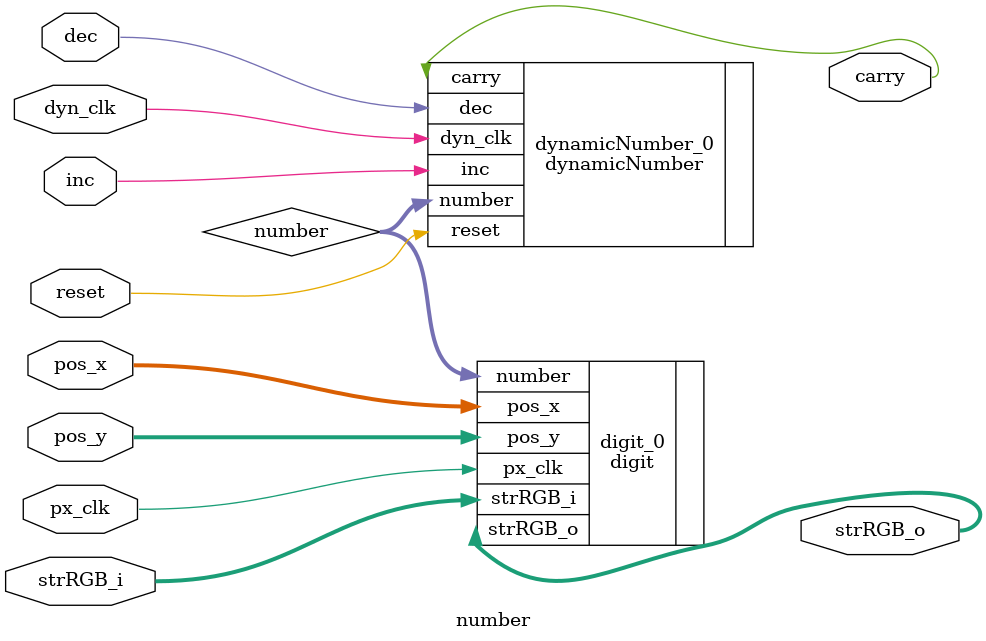
<source format=v>
module number
#(
    parameter color = 3'b111
)(
    input  wire        px_clk,      // Pixel clock.
    input  wire [25:0] strRGB_i,    // Input RGB stream.
    input  wire [9:0]  pos_x,       // X number position.
    input  wire [9:0]  pos_y,       // Y number position.
    input  wire        dyn_clk,     // Dynamic clock.
    input  wire        reset,       // Reset number to zero.
    input  wire        inc,         // Increment number.
    input  wire        dec,         // Decrement number.
    output wire        carry,       // Carry out.
    output wire [25:0] strRGB_o     // Output RGB stream.
);
    // Wires conections.
    wire [3:0] number;

    // Draw digit.
    digit #(
        .color (color)
    )
    digit_0
    (
        .px_clk (px_clk),
        .strRGB_i (strRGB_i),
        .pos_x (pos_x),
        .pos_y (pos_y),
        .number (number),
        .strRGB_o (strRGB_o)
    );

    // Dynamic logic.
    dynamicNumber dynamicNumber_0 (
        .dyn_clk (dyn_clk),
        .reset (reset),
        .inc (inc),
        .dec (dec),
        .number (number),
        .carry (carry)
    );

endmodule

</source>
